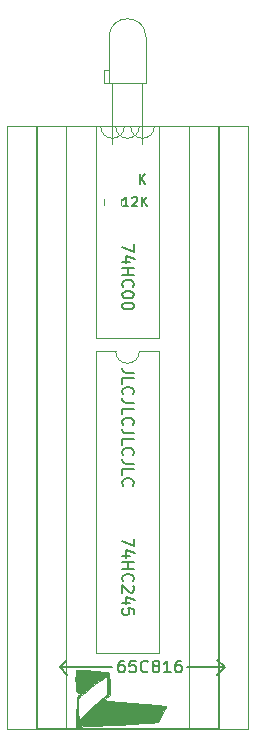
<source format=gto>
G04 #@! TF.GenerationSoftware,KiCad,Pcbnew,(5.1.2-1)-1*
G04 #@! TF.CreationDate,2023-07-30T19:37:46+02:00*
G04 #@! TF.ProjectId,816to02,38313674-6f30-4322-9e6b-696361645f70,rev?*
G04 #@! TF.SameCoordinates,Original*
G04 #@! TF.FileFunction,Legend,Top*
G04 #@! TF.FilePolarity,Positive*
%FSLAX46Y46*%
G04 Gerber Fmt 4.6, Leading zero omitted, Abs format (unit mm)*
G04 Created by KiCad (PCBNEW (5.1.2-1)-1) date 2023-07-30 19:37:46*
%MOMM*%
%LPD*%
G04 APERTURE LIST*
%ADD10C,0.150000*%
%ADD11C,0.200000*%
%ADD12C,0.010000*%
%ADD13C,0.120000*%
%ADD14O,1.702000X1.702000*%
%ADD15R,1.702000X1.702000*%
%ADD16C,0.100000*%
%ADD17C,1.252000*%
%ADD18C,1.902000*%
%ADD19R,1.902000X1.902000*%
G04 APERTURE END LIST*
D10*
X27852619Y-43640952D02*
X27138333Y-43640952D01*
X26995476Y-43593333D01*
X26900238Y-43498095D01*
X26852619Y-43355238D01*
X26852619Y-43260000D01*
X26852619Y-44593333D02*
X26852619Y-44117142D01*
X27852619Y-44117142D01*
X26947857Y-45498095D02*
X26900238Y-45450476D01*
X26852619Y-45307619D01*
X26852619Y-45212380D01*
X26900238Y-45069523D01*
X26995476Y-44974285D01*
X27090714Y-44926666D01*
X27281190Y-44879047D01*
X27424047Y-44879047D01*
X27614523Y-44926666D01*
X27709761Y-44974285D01*
X27805000Y-45069523D01*
X27852619Y-45212380D01*
X27852619Y-45307619D01*
X27805000Y-45450476D01*
X27757380Y-45498095D01*
X27852619Y-46212380D02*
X27138333Y-46212380D01*
X26995476Y-46164761D01*
X26900238Y-46069523D01*
X26852619Y-45926666D01*
X26852619Y-45831428D01*
X26852619Y-47164761D02*
X26852619Y-46688571D01*
X27852619Y-46688571D01*
X26947857Y-48069523D02*
X26900238Y-48021904D01*
X26852619Y-47879047D01*
X26852619Y-47783809D01*
X26900238Y-47640952D01*
X26995476Y-47545714D01*
X27090714Y-47498095D01*
X27281190Y-47450476D01*
X27424047Y-47450476D01*
X27614523Y-47498095D01*
X27709761Y-47545714D01*
X27805000Y-47640952D01*
X27852619Y-47783809D01*
X27852619Y-47879047D01*
X27805000Y-48021904D01*
X27757380Y-48069523D01*
X27852619Y-48783809D02*
X27138333Y-48783809D01*
X26995476Y-48736190D01*
X26900238Y-48640952D01*
X26852619Y-48498095D01*
X26852619Y-48402857D01*
X26852619Y-49736190D02*
X26852619Y-49260000D01*
X27852619Y-49260000D01*
X26947857Y-50640952D02*
X26900238Y-50593333D01*
X26852619Y-50450476D01*
X26852619Y-50355238D01*
X26900238Y-50212380D01*
X26995476Y-50117142D01*
X27090714Y-50069523D01*
X27281190Y-50021904D01*
X27424047Y-50021904D01*
X27614523Y-50069523D01*
X27709761Y-50117142D01*
X27805000Y-50212380D01*
X27852619Y-50355238D01*
X27852619Y-50450476D01*
X27805000Y-50593333D01*
X27757380Y-50640952D01*
X27852619Y-51355238D02*
X27138333Y-51355238D01*
X26995476Y-51307619D01*
X26900238Y-51212380D01*
X26852619Y-51069523D01*
X26852619Y-50974285D01*
X26852619Y-52307619D02*
X26852619Y-51831428D01*
X27852619Y-51831428D01*
X26947857Y-53212380D02*
X26900238Y-53164761D01*
X26852619Y-53021904D01*
X26852619Y-52926666D01*
X26900238Y-52783809D01*
X26995476Y-52688571D01*
X27090714Y-52640952D01*
X27281190Y-52593333D01*
X27424047Y-52593333D01*
X27614523Y-52640952D01*
X27709761Y-52688571D01*
X27805000Y-52783809D01*
X27852619Y-52926666D01*
X27852619Y-53021904D01*
X27805000Y-53164761D01*
X27757380Y-53212380D01*
D11*
X28365476Y-27666904D02*
X28365476Y-26866904D01*
X28822619Y-27666904D02*
X28479761Y-27209761D01*
X28822619Y-26866904D02*
X28365476Y-27324047D01*
X34925000Y-69215000D02*
X35560000Y-68580000D01*
X34925000Y-67945000D02*
X35560000Y-68580000D01*
X35560000Y-68580000D02*
X32385000Y-68580000D01*
X26035000Y-68580000D02*
X21590000Y-68580000D01*
X21590000Y-68580000D02*
X22225000Y-69215000D01*
X21590000Y-68580000D02*
X22225000Y-67945000D01*
D12*
G36*
X30560118Y-71957652D02*
G01*
X30469452Y-72150066D01*
X30331458Y-72423324D01*
X30248331Y-72582497D01*
X29887333Y-73266553D01*
X29210000Y-73312245D01*
X28915304Y-73330451D01*
X28489574Y-73354502D01*
X27970928Y-73382359D01*
X27397482Y-73411981D01*
X26807352Y-73441328D01*
X26712333Y-73445938D01*
X26098267Y-73475922D01*
X25471332Y-73507059D01*
X24876277Y-73537090D01*
X24357849Y-73563755D01*
X23960798Y-73584794D01*
X23939500Y-73585955D01*
X22987000Y-73637969D01*
X22987000Y-72350222D01*
X22988219Y-71855986D01*
X22994364Y-71502761D01*
X23009163Y-71262232D01*
X23036345Y-71106081D01*
X23079638Y-71005991D01*
X23142771Y-70933646D01*
X23177500Y-70903554D01*
X23368000Y-70744633D01*
X23186558Y-70741816D01*
X23069609Y-70721643D01*
X22989475Y-70647971D01*
X22939468Y-70494666D01*
X22912898Y-70235592D01*
X22903074Y-69844615D01*
X22902333Y-69631408D01*
X22905434Y-69245410D01*
X22918274Y-68998635D01*
X22946162Y-68861034D01*
X22994405Y-68802555D01*
X23050500Y-68792540D01*
X23235254Y-68801050D01*
X23544305Y-68822736D01*
X23933478Y-68853734D01*
X24358596Y-68890183D01*
X24775482Y-68928222D01*
X25139959Y-68963988D01*
X25407852Y-68993620D01*
X25505833Y-69007179D01*
X25542096Y-69013262D01*
X25542096Y-69384333D01*
X25417193Y-69435057D01*
X25192173Y-69572935D01*
X24895046Y-69776523D01*
X24553819Y-70024378D01*
X24196501Y-70295055D01*
X23851100Y-70567112D01*
X23545625Y-70819105D01*
X23308084Y-71029590D01*
X23166485Y-71177125D01*
X23139647Y-71223675D01*
X23131417Y-71358304D01*
X23129530Y-71620177D01*
X23133939Y-71967324D01*
X23140817Y-72241002D01*
X23167635Y-73130259D01*
X23987484Y-72333540D01*
X24333704Y-72000544D01*
X24677436Y-71675931D01*
X24979872Y-71395995D01*
X25202202Y-71197030D01*
X25209500Y-71190736D01*
X25611666Y-70844651D01*
X25611666Y-70114492D01*
X25604214Y-69786686D01*
X25584307Y-69535087D01*
X25555623Y-69398282D01*
X25542096Y-69384333D01*
X25542096Y-69013262D01*
X25781000Y-69053339D01*
X25781763Y-70002003D01*
X25782526Y-70950666D01*
X25513158Y-71172072D01*
X25243789Y-71393478D01*
X25787561Y-71444558D01*
X26025512Y-71466278D01*
X26401224Y-71499799D01*
X26883745Y-71542393D01*
X27442129Y-71591337D01*
X28045424Y-71643905D01*
X28448000Y-71678814D01*
X29027090Y-71729550D01*
X29547515Y-71776337D01*
X29986407Y-71817022D01*
X30320898Y-71849451D01*
X30528121Y-71871471D01*
X30586998Y-71880215D01*
X30560118Y-71957652D01*
X30560118Y-71957652D01*
G37*
X30560118Y-71957652D02*
X30469452Y-72150066D01*
X30331458Y-72423324D01*
X30248331Y-72582497D01*
X29887333Y-73266553D01*
X29210000Y-73312245D01*
X28915304Y-73330451D01*
X28489574Y-73354502D01*
X27970928Y-73382359D01*
X27397482Y-73411981D01*
X26807352Y-73441328D01*
X26712333Y-73445938D01*
X26098267Y-73475922D01*
X25471332Y-73507059D01*
X24876277Y-73537090D01*
X24357849Y-73563755D01*
X23960798Y-73584794D01*
X23939500Y-73585955D01*
X22987000Y-73637969D01*
X22987000Y-72350222D01*
X22988219Y-71855986D01*
X22994364Y-71502761D01*
X23009163Y-71262232D01*
X23036345Y-71106081D01*
X23079638Y-71005991D01*
X23142771Y-70933646D01*
X23177500Y-70903554D01*
X23368000Y-70744633D01*
X23186558Y-70741816D01*
X23069609Y-70721643D01*
X22989475Y-70647971D01*
X22939468Y-70494666D01*
X22912898Y-70235592D01*
X22903074Y-69844615D01*
X22902333Y-69631408D01*
X22905434Y-69245410D01*
X22918274Y-68998635D01*
X22946162Y-68861034D01*
X22994405Y-68802555D01*
X23050500Y-68792540D01*
X23235254Y-68801050D01*
X23544305Y-68822736D01*
X23933478Y-68853734D01*
X24358596Y-68890183D01*
X24775482Y-68928222D01*
X25139959Y-68963988D01*
X25407852Y-68993620D01*
X25505833Y-69007179D01*
X25542096Y-69013262D01*
X25542096Y-69384333D01*
X25417193Y-69435057D01*
X25192173Y-69572935D01*
X24895046Y-69776523D01*
X24553819Y-70024378D01*
X24196501Y-70295055D01*
X23851100Y-70567112D01*
X23545625Y-70819105D01*
X23308084Y-71029590D01*
X23166485Y-71177125D01*
X23139647Y-71223675D01*
X23131417Y-71358304D01*
X23129530Y-71620177D01*
X23133939Y-71967324D01*
X23140817Y-72241002D01*
X23167635Y-73130259D01*
X23987484Y-72333540D01*
X24333704Y-72000544D01*
X24677436Y-71675931D01*
X24979872Y-71395995D01*
X25202202Y-71197030D01*
X25209500Y-71190736D01*
X25611666Y-70844651D01*
X25611666Y-70114492D01*
X25604214Y-69786686D01*
X25584307Y-69535087D01*
X25555623Y-69398282D01*
X25542096Y-69384333D01*
X25542096Y-69013262D01*
X25781000Y-69053339D01*
X25781763Y-70002003D01*
X25782526Y-70950666D01*
X25513158Y-71172072D01*
X25243789Y-71393478D01*
X25787561Y-71444558D01*
X26025512Y-71466278D01*
X26401224Y-71499799D01*
X26883745Y-71542393D01*
X27442129Y-71591337D01*
X28045424Y-71643905D01*
X28448000Y-71678814D01*
X29027090Y-71729550D01*
X29547515Y-71776337D01*
X29986407Y-71817022D01*
X30320898Y-71849451D01*
X30528121Y-71871471D01*
X30586998Y-71880215D01*
X30560118Y-71957652D01*
D13*
X34985000Y-22740000D02*
X17085000Y-22740000D01*
X34985000Y-73780000D02*
X34985000Y-22740000D01*
X17085000Y-73780000D02*
X34985000Y-73780000D01*
X17085000Y-22740000D02*
X17085000Y-73780000D01*
X32495000Y-22800000D02*
X27035000Y-22800000D01*
X32495000Y-73720000D02*
X32495000Y-22800000D01*
X19575000Y-73720000D02*
X32495000Y-73720000D01*
X19575000Y-22800000D02*
X19575000Y-73720000D01*
X25035000Y-22800000D02*
X19575000Y-22800000D01*
X27035000Y-22800000D02*
G75*
G02X25035000Y-22800000I-1000000J0D01*
G01*
X26745000Y-29471252D02*
X26745000Y-28948748D01*
X25325000Y-29471252D02*
X25325000Y-28948748D01*
X26035000Y-24320000D02*
X26035000Y-24320000D01*
X26035000Y-19110000D02*
X26035000Y-24320000D01*
X26035000Y-19110000D02*
X26035000Y-19110000D01*
X26035000Y-24320000D02*
X26035000Y-19110000D01*
X28575000Y-24320000D02*
X28575000Y-24320000D01*
X28575000Y-19110000D02*
X28575000Y-24320000D01*
X28575000Y-19110000D02*
X28575000Y-19110000D01*
X28575000Y-24320000D02*
X28575000Y-19110000D01*
X25745000Y-19110000D02*
X25345000Y-19110000D01*
X25745000Y-17990000D02*
X25745000Y-19110000D01*
X25345000Y-17990000D02*
X25745000Y-17990000D01*
X25345000Y-19110000D02*
X25345000Y-17990000D01*
X28865000Y-19110000D02*
X25745000Y-19110000D01*
X25745000Y-19110000D02*
X25745000Y-15250000D01*
X28865000Y-19110000D02*
X28865000Y-15250000D01*
X25745000Y-15250000D02*
G75*
G02X28865000Y-15250000I1560000J0D01*
G01*
X29955000Y-22800000D02*
X28305000Y-22800000D01*
X29955000Y-40700000D02*
X29955000Y-22800000D01*
X24655000Y-40700000D02*
X29955000Y-40700000D01*
X24655000Y-22800000D02*
X24655000Y-40700000D01*
X26305000Y-22800000D02*
X24655000Y-22800000D01*
X28305000Y-22800000D02*
G75*
G02X26305000Y-22800000I-1000000J0D01*
G01*
X29955000Y-41850000D02*
X28305000Y-41850000D01*
X29955000Y-67370000D02*
X29955000Y-41850000D01*
X24655000Y-67370000D02*
X29955000Y-67370000D01*
X24655000Y-41850000D02*
X24655000Y-67370000D01*
X26305000Y-41850000D02*
X24655000Y-41850000D01*
X28305000Y-41850000D02*
G75*
G02X26305000Y-41850000I-1000000J0D01*
G01*
X37525000Y-22740000D02*
X19625000Y-22740000D01*
X37525000Y-73780000D02*
X37525000Y-22740000D01*
X19625000Y-73780000D02*
X37525000Y-73780000D01*
X19625000Y-22740000D02*
X19625000Y-73780000D01*
X35035000Y-22800000D02*
X29575000Y-22800000D01*
X35035000Y-73720000D02*
X35035000Y-22800000D01*
X22115000Y-73720000D02*
X35035000Y-73720000D01*
X22115000Y-22800000D02*
X22115000Y-73720000D01*
X27575000Y-22800000D02*
X22115000Y-22800000D01*
X29575000Y-22800000D02*
G75*
G02X27575000Y-22800000I-1000000J0D01*
G01*
D10*
X27387619Y-29571904D02*
X26930476Y-29571904D01*
X27159047Y-29571904D02*
X27159047Y-28771904D01*
X27082857Y-28886190D01*
X27006666Y-28962380D01*
X26930476Y-29000476D01*
X27692380Y-28848095D02*
X27730476Y-28810000D01*
X27806666Y-28771904D01*
X27997142Y-28771904D01*
X28073333Y-28810000D01*
X28111428Y-28848095D01*
X28149523Y-28924285D01*
X28149523Y-29000476D01*
X28111428Y-29114761D01*
X27654285Y-29571904D01*
X28149523Y-29571904D01*
X28492380Y-29571904D02*
X28492380Y-28771904D01*
X28949523Y-29571904D02*
X28606666Y-29114761D01*
X28949523Y-28771904D02*
X28492380Y-29229047D01*
X27852619Y-32774285D02*
X27852619Y-33440952D01*
X26852619Y-33012380D01*
X27519285Y-34250476D02*
X26852619Y-34250476D01*
X27900238Y-34012380D02*
X27185952Y-33774285D01*
X27185952Y-34393333D01*
X26852619Y-34774285D02*
X27852619Y-34774285D01*
X27376428Y-34774285D02*
X27376428Y-35345714D01*
X26852619Y-35345714D02*
X27852619Y-35345714D01*
X26947857Y-36393333D02*
X26900238Y-36345714D01*
X26852619Y-36202857D01*
X26852619Y-36107619D01*
X26900238Y-35964761D01*
X26995476Y-35869523D01*
X27090714Y-35821904D01*
X27281190Y-35774285D01*
X27424047Y-35774285D01*
X27614523Y-35821904D01*
X27709761Y-35869523D01*
X27805000Y-35964761D01*
X27852619Y-36107619D01*
X27852619Y-36202857D01*
X27805000Y-36345714D01*
X27757380Y-36393333D01*
X27852619Y-37012380D02*
X27852619Y-37107619D01*
X27805000Y-37202857D01*
X27757380Y-37250476D01*
X27662142Y-37298095D01*
X27471666Y-37345714D01*
X27233571Y-37345714D01*
X27043095Y-37298095D01*
X26947857Y-37250476D01*
X26900238Y-37202857D01*
X26852619Y-37107619D01*
X26852619Y-37012380D01*
X26900238Y-36917142D01*
X26947857Y-36869523D01*
X27043095Y-36821904D01*
X27233571Y-36774285D01*
X27471666Y-36774285D01*
X27662142Y-36821904D01*
X27757380Y-36869523D01*
X27805000Y-36917142D01*
X27852619Y-37012380D01*
X27852619Y-37964761D02*
X27852619Y-38060000D01*
X27805000Y-38155238D01*
X27757380Y-38202857D01*
X27662142Y-38250476D01*
X27471666Y-38298095D01*
X27233571Y-38298095D01*
X27043095Y-38250476D01*
X26947857Y-38202857D01*
X26900238Y-38155238D01*
X26852619Y-38060000D01*
X26852619Y-37964761D01*
X26900238Y-37869523D01*
X26947857Y-37821904D01*
X27043095Y-37774285D01*
X27233571Y-37726666D01*
X27471666Y-37726666D01*
X27662142Y-37774285D01*
X27757380Y-37821904D01*
X27805000Y-37869523D01*
X27852619Y-37964761D01*
X27852619Y-57698095D02*
X27852619Y-58364761D01*
X26852619Y-57936190D01*
X27519285Y-59174285D02*
X26852619Y-59174285D01*
X27900238Y-58936190D02*
X27185952Y-58698095D01*
X27185952Y-59317142D01*
X26852619Y-59698095D02*
X27852619Y-59698095D01*
X27376428Y-59698095D02*
X27376428Y-60269523D01*
X26852619Y-60269523D02*
X27852619Y-60269523D01*
X26947857Y-61317142D02*
X26900238Y-61269523D01*
X26852619Y-61126666D01*
X26852619Y-61031428D01*
X26900238Y-60888571D01*
X26995476Y-60793333D01*
X27090714Y-60745714D01*
X27281190Y-60698095D01*
X27424047Y-60698095D01*
X27614523Y-60745714D01*
X27709761Y-60793333D01*
X27805000Y-60888571D01*
X27852619Y-61031428D01*
X27852619Y-61126666D01*
X27805000Y-61269523D01*
X27757380Y-61317142D01*
X27757380Y-61698095D02*
X27805000Y-61745714D01*
X27852619Y-61840952D01*
X27852619Y-62079047D01*
X27805000Y-62174285D01*
X27757380Y-62221904D01*
X27662142Y-62269523D01*
X27566904Y-62269523D01*
X27424047Y-62221904D01*
X26852619Y-61650476D01*
X26852619Y-62269523D01*
X27519285Y-63126666D02*
X26852619Y-63126666D01*
X27900238Y-62888571D02*
X27185952Y-62650476D01*
X27185952Y-63269523D01*
X27852619Y-64126666D02*
X27852619Y-63650476D01*
X27376428Y-63602857D01*
X27424047Y-63650476D01*
X27471666Y-63745714D01*
X27471666Y-63983809D01*
X27424047Y-64079047D01*
X27376428Y-64126666D01*
X27281190Y-64174285D01*
X27043095Y-64174285D01*
X26947857Y-64126666D01*
X26900238Y-64079047D01*
X26852619Y-63983809D01*
X26852619Y-63745714D01*
X26900238Y-63650476D01*
X26947857Y-63602857D01*
X26995714Y-68032380D02*
X26805238Y-68032380D01*
X26710000Y-68080000D01*
X26662380Y-68127619D01*
X26567142Y-68270476D01*
X26519523Y-68460952D01*
X26519523Y-68841904D01*
X26567142Y-68937142D01*
X26614761Y-68984761D01*
X26710000Y-69032380D01*
X26900476Y-69032380D01*
X26995714Y-68984761D01*
X27043333Y-68937142D01*
X27090952Y-68841904D01*
X27090952Y-68603809D01*
X27043333Y-68508571D01*
X26995714Y-68460952D01*
X26900476Y-68413333D01*
X26710000Y-68413333D01*
X26614761Y-68460952D01*
X26567142Y-68508571D01*
X26519523Y-68603809D01*
X27995714Y-68032380D02*
X27519523Y-68032380D01*
X27471904Y-68508571D01*
X27519523Y-68460952D01*
X27614761Y-68413333D01*
X27852857Y-68413333D01*
X27948095Y-68460952D01*
X27995714Y-68508571D01*
X28043333Y-68603809D01*
X28043333Y-68841904D01*
X27995714Y-68937142D01*
X27948095Y-68984761D01*
X27852857Y-69032380D01*
X27614761Y-69032380D01*
X27519523Y-68984761D01*
X27471904Y-68937142D01*
X29043333Y-68937142D02*
X28995714Y-68984761D01*
X28852857Y-69032380D01*
X28757619Y-69032380D01*
X28614761Y-68984761D01*
X28519523Y-68889523D01*
X28471904Y-68794285D01*
X28424285Y-68603809D01*
X28424285Y-68460952D01*
X28471904Y-68270476D01*
X28519523Y-68175238D01*
X28614761Y-68080000D01*
X28757619Y-68032380D01*
X28852857Y-68032380D01*
X28995714Y-68080000D01*
X29043333Y-68127619D01*
X29614761Y-68460952D02*
X29519523Y-68413333D01*
X29471904Y-68365714D01*
X29424285Y-68270476D01*
X29424285Y-68222857D01*
X29471904Y-68127619D01*
X29519523Y-68080000D01*
X29614761Y-68032380D01*
X29805238Y-68032380D01*
X29900476Y-68080000D01*
X29948095Y-68127619D01*
X29995714Y-68222857D01*
X29995714Y-68270476D01*
X29948095Y-68365714D01*
X29900476Y-68413333D01*
X29805238Y-68460952D01*
X29614761Y-68460952D01*
X29519523Y-68508571D01*
X29471904Y-68556190D01*
X29424285Y-68651428D01*
X29424285Y-68841904D01*
X29471904Y-68937142D01*
X29519523Y-68984761D01*
X29614761Y-69032380D01*
X29805238Y-69032380D01*
X29900476Y-68984761D01*
X29948095Y-68937142D01*
X29995714Y-68841904D01*
X29995714Y-68651428D01*
X29948095Y-68556190D01*
X29900476Y-68508571D01*
X29805238Y-68460952D01*
X30948095Y-69032380D02*
X30376666Y-69032380D01*
X30662380Y-69032380D02*
X30662380Y-68032380D01*
X30567142Y-68175238D01*
X30471904Y-68270476D01*
X30376666Y-68318095D01*
X31805238Y-68032380D02*
X31614761Y-68032380D01*
X31519523Y-68080000D01*
X31471904Y-68127619D01*
X31376666Y-68270476D01*
X31329047Y-68460952D01*
X31329047Y-68841904D01*
X31376666Y-68937142D01*
X31424285Y-68984761D01*
X31519523Y-69032380D01*
X31710000Y-69032380D01*
X31805238Y-68984761D01*
X31852857Y-68937142D01*
X31900476Y-68841904D01*
X31900476Y-68603809D01*
X31852857Y-68508571D01*
X31805238Y-68460952D01*
X31710000Y-68413333D01*
X31519523Y-68413333D01*
X31424285Y-68460952D01*
X31376666Y-68508571D01*
X31329047Y-68603809D01*
%LPC*%
D14*
X33655000Y-24130000D03*
X18415000Y-72390000D03*
X33655000Y-26670000D03*
X18415000Y-69850000D03*
X33655000Y-29210000D03*
X18415000Y-67310000D03*
X33655000Y-31750000D03*
X18415000Y-64770000D03*
X33655000Y-34290000D03*
X18415000Y-62230000D03*
X33655000Y-36830000D03*
X18415000Y-59690000D03*
X33655000Y-39370000D03*
X18415000Y-57150000D03*
X33655000Y-41910000D03*
X18415000Y-54610000D03*
X33655000Y-44450000D03*
X18415000Y-52070000D03*
X33655000Y-46990000D03*
X18415000Y-49530000D03*
X33655000Y-49530000D03*
X18415000Y-46990000D03*
X33655000Y-52070000D03*
X18415000Y-44450000D03*
X33655000Y-54610000D03*
X18415000Y-41910000D03*
X33655000Y-57150000D03*
X18415000Y-39370000D03*
X33655000Y-59690000D03*
X18415000Y-36830000D03*
X33655000Y-62230000D03*
X18415000Y-34290000D03*
X33655000Y-64770000D03*
X18415000Y-31750000D03*
X33655000Y-67310000D03*
X18415000Y-29210000D03*
X33655000Y-69850000D03*
X18415000Y-26670000D03*
X33655000Y-72390000D03*
D15*
X18415000Y-24130000D03*
D16*
G36*
X26540505Y-27560311D02*
G01*
X26566925Y-27564230D01*
X26592835Y-27570720D01*
X26617983Y-27579718D01*
X26642128Y-27591138D01*
X26665038Y-27604869D01*
X26686492Y-27620780D01*
X26706282Y-27638718D01*
X26724220Y-27658508D01*
X26740131Y-27679962D01*
X26753862Y-27702872D01*
X26765282Y-27727017D01*
X26774280Y-27752165D01*
X26780770Y-27778075D01*
X26784689Y-27804495D01*
X26786000Y-27831173D01*
X26786000Y-28538827D01*
X26784689Y-28565505D01*
X26780770Y-28591925D01*
X26774280Y-28617835D01*
X26765282Y-28642983D01*
X26753862Y-28667128D01*
X26740131Y-28690038D01*
X26724220Y-28711492D01*
X26706282Y-28731282D01*
X26686492Y-28749220D01*
X26665038Y-28765131D01*
X26642128Y-28778862D01*
X26617983Y-28790282D01*
X26592835Y-28799280D01*
X26566925Y-28805770D01*
X26540505Y-28809689D01*
X26513827Y-28811000D01*
X25556173Y-28811000D01*
X25529495Y-28809689D01*
X25503075Y-28805770D01*
X25477165Y-28799280D01*
X25452017Y-28790282D01*
X25427872Y-28778862D01*
X25404962Y-28765131D01*
X25383508Y-28749220D01*
X25363718Y-28731282D01*
X25345780Y-28711492D01*
X25329869Y-28690038D01*
X25316138Y-28667128D01*
X25304718Y-28642983D01*
X25295720Y-28617835D01*
X25289230Y-28591925D01*
X25285311Y-28565505D01*
X25284000Y-28538827D01*
X25284000Y-27831173D01*
X25285311Y-27804495D01*
X25289230Y-27778075D01*
X25295720Y-27752165D01*
X25304718Y-27727017D01*
X25316138Y-27702872D01*
X25329869Y-27679962D01*
X25345780Y-27658508D01*
X25363718Y-27638718D01*
X25383508Y-27620780D01*
X25404962Y-27604869D01*
X25427872Y-27591138D01*
X25452017Y-27579718D01*
X25477165Y-27570720D01*
X25503075Y-27564230D01*
X25529495Y-27560311D01*
X25556173Y-27559000D01*
X26513827Y-27559000D01*
X26540505Y-27560311D01*
X26540505Y-27560311D01*
G37*
D17*
X26035000Y-28185000D03*
D16*
G36*
X26540505Y-29610311D02*
G01*
X26566925Y-29614230D01*
X26592835Y-29620720D01*
X26617983Y-29629718D01*
X26642128Y-29641138D01*
X26665038Y-29654869D01*
X26686492Y-29670780D01*
X26706282Y-29688718D01*
X26724220Y-29708508D01*
X26740131Y-29729962D01*
X26753862Y-29752872D01*
X26765282Y-29777017D01*
X26774280Y-29802165D01*
X26780770Y-29828075D01*
X26784689Y-29854495D01*
X26786000Y-29881173D01*
X26786000Y-30588827D01*
X26784689Y-30615505D01*
X26780770Y-30641925D01*
X26774280Y-30667835D01*
X26765282Y-30692983D01*
X26753862Y-30717128D01*
X26740131Y-30740038D01*
X26724220Y-30761492D01*
X26706282Y-30781282D01*
X26686492Y-30799220D01*
X26665038Y-30815131D01*
X26642128Y-30828862D01*
X26617983Y-30840282D01*
X26592835Y-30849280D01*
X26566925Y-30855770D01*
X26540505Y-30859689D01*
X26513827Y-30861000D01*
X25556173Y-30861000D01*
X25529495Y-30859689D01*
X25503075Y-30855770D01*
X25477165Y-30849280D01*
X25452017Y-30840282D01*
X25427872Y-30828862D01*
X25404962Y-30815131D01*
X25383508Y-30799220D01*
X25363718Y-30781282D01*
X25345780Y-30761492D01*
X25329869Y-30740038D01*
X25316138Y-30717128D01*
X25304718Y-30692983D01*
X25295720Y-30667835D01*
X25289230Y-30641925D01*
X25285311Y-30615505D01*
X25284000Y-30588827D01*
X25284000Y-29881173D01*
X25285311Y-29854495D01*
X25289230Y-29828075D01*
X25295720Y-29802165D01*
X25304718Y-29777017D01*
X25316138Y-29752872D01*
X25329869Y-29729962D01*
X25345780Y-29708508D01*
X25363718Y-29688718D01*
X25383508Y-29670780D01*
X25404962Y-29654869D01*
X25427872Y-29641138D01*
X25452017Y-29629718D01*
X25477165Y-29620720D01*
X25503075Y-29614230D01*
X25529495Y-29610311D01*
X25556173Y-29609000D01*
X26513827Y-29609000D01*
X26540505Y-29610311D01*
X26540505Y-29610311D01*
G37*
D17*
X26035000Y-30235000D03*
D18*
X26035000Y-25400000D03*
D19*
X28575000Y-25400000D03*
D14*
X31115000Y-24130000D03*
X23495000Y-39370000D03*
X31115000Y-26670000D03*
X23495000Y-36830000D03*
X31115000Y-29210000D03*
X23495000Y-34290000D03*
X31115000Y-31750000D03*
X23495000Y-31750000D03*
X31115000Y-34290000D03*
X23495000Y-29210000D03*
X31115000Y-36830000D03*
X23495000Y-26670000D03*
X31115000Y-39370000D03*
D15*
X23495000Y-24130000D03*
D14*
X31115000Y-43180000D03*
X23495000Y-66040000D03*
X31115000Y-45720000D03*
X23495000Y-63500000D03*
X31115000Y-48260000D03*
X23495000Y-60960000D03*
X31115000Y-50800000D03*
X23495000Y-58420000D03*
X31115000Y-53340000D03*
X23495000Y-55880000D03*
X31115000Y-55880000D03*
X23495000Y-53340000D03*
X31115000Y-58420000D03*
X23495000Y-50800000D03*
X31115000Y-60960000D03*
X23495000Y-48260000D03*
X31115000Y-63500000D03*
X23495000Y-45720000D03*
X31115000Y-66040000D03*
D15*
X23495000Y-43180000D03*
D14*
X36195000Y-24130000D03*
X20955000Y-72390000D03*
X36195000Y-26670000D03*
X20955000Y-69850000D03*
X36195000Y-29210000D03*
X20955000Y-67310000D03*
X36195000Y-31750000D03*
X20955000Y-64770000D03*
X36195000Y-34290000D03*
X20955000Y-62230000D03*
X36195000Y-36830000D03*
X20955000Y-59690000D03*
X36195000Y-39370000D03*
X20955000Y-57150000D03*
X36195000Y-41910000D03*
X20955000Y-54610000D03*
X36195000Y-44450000D03*
X20955000Y-52070000D03*
X36195000Y-46990000D03*
X20955000Y-49530000D03*
X36195000Y-49530000D03*
X20955000Y-46990000D03*
X36195000Y-52070000D03*
X20955000Y-44450000D03*
X36195000Y-54610000D03*
X20955000Y-41910000D03*
X36195000Y-57150000D03*
X20955000Y-39370000D03*
X36195000Y-59690000D03*
X20955000Y-36830000D03*
X36195000Y-62230000D03*
X20955000Y-34290000D03*
X36195000Y-64770000D03*
X20955000Y-31750000D03*
X36195000Y-67310000D03*
X20955000Y-29210000D03*
X36195000Y-69850000D03*
X20955000Y-26670000D03*
X36195000Y-72390000D03*
D15*
X20955000Y-24130000D03*
M02*

</source>
